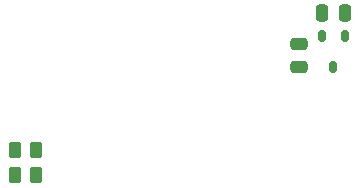
<source format=gbp>
G04 #@! TF.GenerationSoftware,KiCad,Pcbnew,(6.0.6)*
G04 #@! TF.CreationDate,2023-04-23T19:49:20-02:30*
G04 #@! TF.ProjectId,PowerDistributionBoard,506f7765-7244-4697-9374-726962757469,rev?*
G04 #@! TF.SameCoordinates,Original*
G04 #@! TF.FileFunction,Paste,Bot*
G04 #@! TF.FilePolarity,Positive*
%FSLAX46Y46*%
G04 Gerber Fmt 4.6, Leading zero omitted, Abs format (unit mm)*
G04 Created by KiCad (PCBNEW (6.0.6)) date 2023-04-23 19:49:20*
%MOMM*%
%LPD*%
G01*
G04 APERTURE LIST*
G04 Aperture macros list*
%AMRoundRect*
0 Rectangle with rounded corners*
0 $1 Rounding radius*
0 $2 $3 $4 $5 $6 $7 $8 $9 X,Y pos of 4 corners*
0 Add a 4 corners polygon primitive as box body*
4,1,4,$2,$3,$4,$5,$6,$7,$8,$9,$2,$3,0*
0 Add four circle primitives for the rounded corners*
1,1,$1+$1,$2,$3*
1,1,$1+$1,$4,$5*
1,1,$1+$1,$6,$7*
1,1,$1+$1,$8,$9*
0 Add four rect primitives between the rounded corners*
20,1,$1+$1,$2,$3,$4,$5,0*
20,1,$1+$1,$4,$5,$6,$7,0*
20,1,$1+$1,$6,$7,$8,$9,0*
20,1,$1+$1,$8,$9,$2,$3,0*%
G04 Aperture macros list end*
%ADD10RoundRect,0.175000X-0.175000X-0.325000X0.175000X-0.325000X0.175000X0.325000X-0.175000X0.325000X0*%
%ADD11RoundRect,0.250000X0.250000X0.475000X-0.250000X0.475000X-0.250000X-0.475000X0.250000X-0.475000X0*%
%ADD12RoundRect,0.250000X-0.262500X-0.450000X0.262500X-0.450000X0.262500X0.450000X-0.262500X0.450000X0*%
%ADD13RoundRect,0.250000X0.475000X-0.250000X0.475000X0.250000X-0.475000X0.250000X-0.475000X-0.250000X0*%
%ADD14RoundRect,0.250000X0.262500X0.450000X-0.262500X0.450000X-0.262500X-0.450000X0.262500X-0.450000X0*%
G04 APERTURE END LIST*
D10*
X180325000Y-50100000D03*
X182225000Y-50100000D03*
X181275000Y-52700000D03*
D11*
X182225000Y-48075000D03*
X180325000Y-48075000D03*
D12*
X154287500Y-61850000D03*
X156112500Y-61850000D03*
D13*
X178325000Y-52675000D03*
X178325000Y-50775000D03*
D14*
X156112500Y-59750000D03*
X154287500Y-59750000D03*
M02*

</source>
